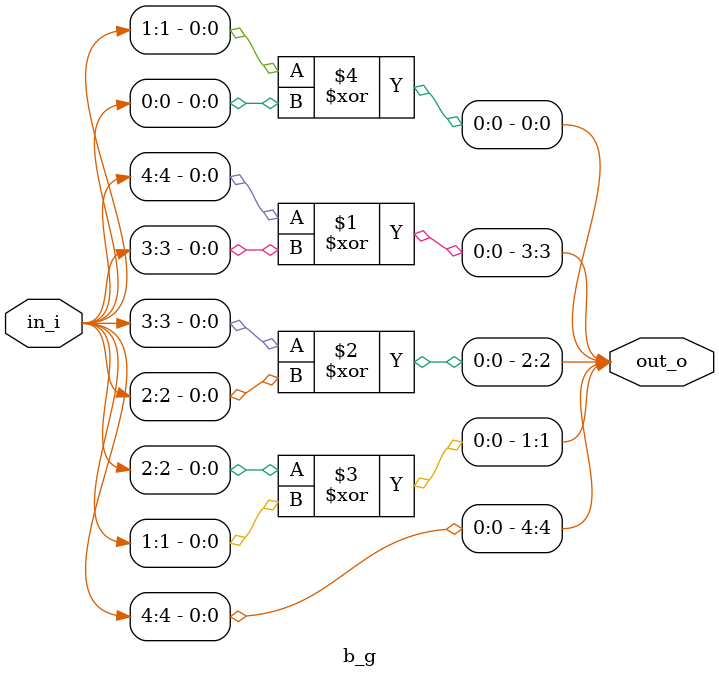
<source format=v>
`timescale 1ns / 1ps
module b_g(
    input wire [4:0] in_i,
    output wire [4:0] out_o);
    
    assign out_o[4] = in_i[4];
    assign out_o[3] = in_i[4] ^ in_i[3];
    assign out_o[2] = in_i[3] ^ in_i[2];
    assign out_o[1] = in_i[2] ^ in_i[1];
    assign out_o[0] = in_i[1] ^ in_i[0];
    
endmodule
</source>
